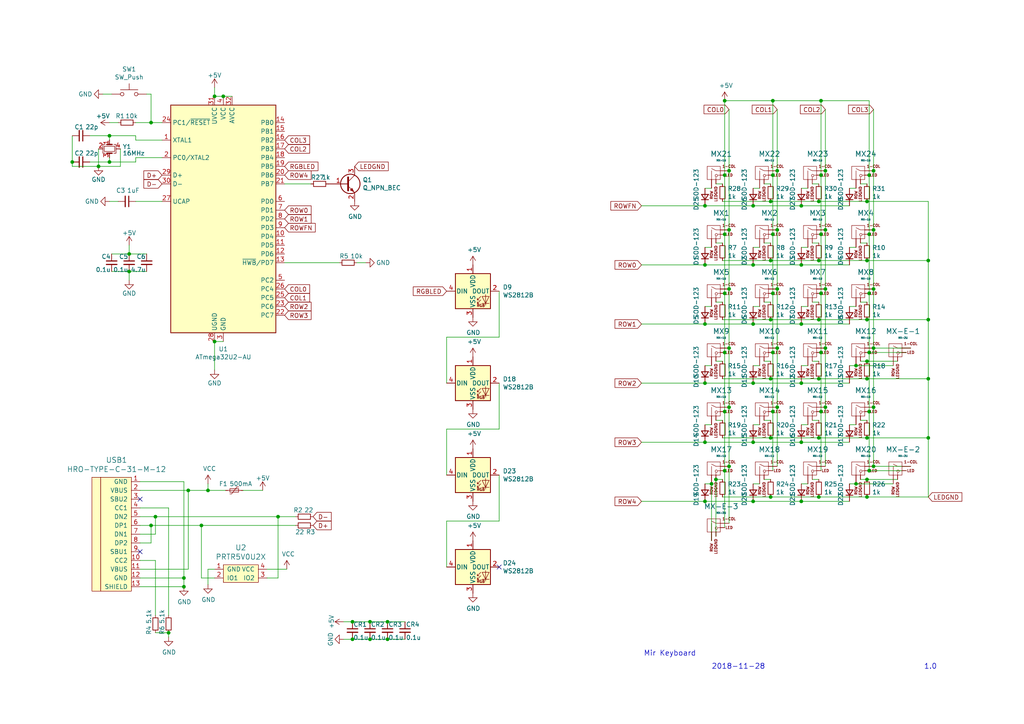
<source format=kicad_sch>
(kicad_sch (version 20230121) (generator eeschema)
  (paper "A4")
  (junction (at 269.24 92.71))
  (junction (at 248.285 140.335))
  (junction (at 62.23 27.94))
  (junction (at 252.095 85.09))
  (junction (at 54.61 142.24))
  (junction (at 107.315 185.42))
  (junction (at 207.645 139.065))
  (junction (at 218.44 128.27))
  (junction (at 251.46 127))
  (junction (at 53.34 167.64))
  (junction (at 251.46 144.145))
  (junction (at 210.185 102.235))
  (junction (at 112.395 185.42))
  (junction (at 239.395 66.675))
  (junction (at 253.365 118.11))
  (junction (at 218.44 76.835))
  (junction (at 62.23 99.06))
  (junction (at 269.24 127))
  (junction (at 204.47 111.125))
  (junction (at 232.41 111.125))
  (junction (at 80.645 149.86))
  (junction (at 225.425 100.965))
  (junction (at 210.185 50.8))
  (junction (at 251.46 104.775))
  (junction (at 252.095 67.945))
  (junction (at 210.185 119.38))
  (junction (at 223.52 127))
  (junction (at 31.75 39.37))
  (junction (at 269.24 109.855))
  (junction (at 252.095 50.8))
  (junction (at 206.375 140.335))
  (junction (at 253.365 49.53))
  (junction (at 223.52 144.145))
  (junction (at 232.41 59.69))
  (junction (at 211.455 49.53))
  (junction (at 43.815 152.4))
  (junction (at 238.125 29.21))
  (junction (at 210.185 136.525))
  (junction (at 224.155 50.8))
  (junction (at 224.155 102.235))
  (junction (at 225.425 49.53))
  (junction (at 204.47 93.98))
  (junction (at 251.46 75.565))
  (junction (at 211.455 100.965))
  (junction (at 218.44 93.98))
  (junction (at 238.125 102.235))
  (junction (at 210.185 85.09))
  (junction (at 225.425 83.82))
  (junction (at 238.125 50.8))
  (junction (at 232.41 76.835))
  (junction (at 225.425 66.675))
  (junction (at 224.155 67.945))
  (junction (at 269.24 75.565))
  (junction (at 218.44 145.415))
  (junction (at 210.185 67.945))
  (junction (at 204.47 59.69))
  (junction (at 43.815 35.56))
  (junction (at 204.47 76.835))
  (junction (at 223.52 109.855))
  (junction (at 223.52 58.42))
  (junction (at 251.46 92.71))
  (junction (at 239.395 83.82))
  (junction (at 107.315 180.34))
  (junction (at 218.44 59.69))
  (junction (at 224.155 85.09))
  (junction (at 58.42 152.4))
  (junction (at 218.44 111.125))
  (junction (at 211.455 66.675))
  (junction (at 223.52 92.71))
  (junction (at 237.49 144.145))
  (junction (at 204.47 145.415))
  (junction (at 238.125 85.09))
  (junction (at 48.895 183.515))
  (junction (at 253.365 100.965))
  (junction (at 238.125 119.38))
  (junction (at 31.75 46.99))
  (junction (at 253.365 135.255))
  (junction (at 20.955 46.99))
  (junction (at 239.395 49.53))
  (junction (at 53.34 170.18))
  (junction (at 232.41 128.27))
  (junction (at 211.455 135.255))
  (junction (at 237.49 127))
  (junction (at 60.325 142.24))
  (junction (at 28.575 48.26))
  (junction (at 210.185 29.21))
  (junction (at 211.455 118.11))
  (junction (at 239.395 118.11))
  (junction (at 237.49 109.855))
  (junction (at 251.46 139.065))
  (junction (at 237.49 92.71))
  (junction (at 204.47 128.27))
  (junction (at 224.155 29.21))
  (junction (at 37.465 73.66))
  (junction (at 224.155 119.38))
  (junction (at 225.425 118.11))
  (junction (at 252.095 102.235))
  (junction (at 239.395 100.965))
  (junction (at 211.455 83.82))
  (junction (at 253.365 66.675))
  (junction (at 45.085 149.86))
  (junction (at 112.395 180.34))
  (junction (at 237.49 58.42))
  (junction (at 223.52 75.565))
  (junction (at 232.41 93.98))
  (junction (at 248.285 106.045))
  (junction (at 232.41 145.415))
  (junction (at 251.46 58.42))
  (junction (at 252.095 136.525))
  (junction (at 238.125 67.945))
  (junction (at 252.095 119.38))
  (junction (at 37.465 78.74))
  (junction (at 251.46 109.855))
  (junction (at 64.77 27.94))
  (junction (at 237.49 75.565))
  (junction (at 253.365 83.82))
  (junction (at 102.235 185.42))
  (junction (at 102.235 180.34))
  (no_connect (at 40.64 160.02))
  (no_connect (at 144.78 164.465))
  (no_connect (at 40.64 144.78))
  (wire (pts (xy 204.47 76.835) (xy 186.055 76.835)))
  (wire (pts (xy 106.045 76.2) (xy 103.505 76.2)))
  (wire (pts (xy 211.455 100.965) (xy 211.455 83.82)))
  (wire (pts (xy 45.085 149.86) (xy 80.645 149.86)))
  (wire (pts (xy 34.925 48.26) (xy 34.925 43.18)))
  (wire (pts (xy 239.395 49.53) (xy 239.395 31.75)))
  (wire (pts (xy 224.155 67.945) (xy 224.155 85.09)))
  (wire (pts (xy 262.89 136.525) (xy 252.095 136.525)))
  (wire (pts (xy 210.185 67.945) (xy 210.185 50.8)))
  (wire (pts (xy 223.52 104.775) (xy 221.615 104.775)))
  (wire (pts (xy 32.385 73.66) (xy 37.465 73.66)))
  (wire (pts (xy 129.54 97.79) (xy 129.54 111.125)))
  (wire (pts (xy 209.55 121.92) (xy 207.645 121.92)))
  (wire (pts (xy 43.815 35.56) (xy 39.37 35.56)))
  (wire (pts (xy 107.315 180.34) (xy 112.395 180.34)))
  (wire (pts (xy 224.155 29.21) (xy 238.125 29.21)))
  (wire (pts (xy 232.41 88.9) (xy 234.315 88.9)))
  (wire (pts (xy 62.23 27.94) (xy 64.77 27.94)))
  (wire (pts (xy 204.47 128.27) (xy 186.055 128.27)))
  (wire (pts (xy 251.46 109.855) (xy 269.24 109.855)))
  (wire (pts (xy 238.125 29.21) (xy 238.125 50.8)))
  (wire (pts (xy 37.465 78.74) (xy 42.545 78.74)))
  (wire (pts (xy 20.955 48.26) (xy 28.575 48.26)))
  (wire (pts (xy 204.47 54.61) (xy 206.375 54.61)))
  (wire (pts (xy 53.34 139.7) (xy 53.34 167.64)))
  (wire (pts (xy 223.52 144.145) (xy 209.55 144.145)))
  (wire (pts (xy 252.095 119.38) (xy 252.095 136.525)))
  (wire (pts (xy 251.46 58.42) (xy 269.24 58.42)))
  (wire (pts (xy 209.55 87.63) (xy 207.645 87.63)))
  (wire (pts (xy 223.52 127) (xy 237.49 127)))
  (wire (pts (xy 53.34 170.18) (xy 53.34 167.64)))
  (wire (pts (xy 252.095 102.235) (xy 252.095 119.38)))
  (wire (pts (xy 210.185 119.38) (xy 210.185 102.235)))
  (wire (pts (xy 253.365 83.82) (xy 253.365 66.675)))
  (wire (pts (xy 251.46 87.63) (xy 249.555 87.63)))
  (wire (pts (xy 246.38 123.19) (xy 248.285 123.19)))
  (wire (pts (xy 209.55 139.065) (xy 207.645 139.065)))
  (wire (pts (xy 238.125 119.38) (xy 238.125 102.235)))
  (wire (pts (xy 218.44 106.045) (xy 220.345 106.045)))
  (wire (pts (xy 26.035 39.37) (xy 31.75 39.37)))
  (wire (pts (xy 204.47 88.9) (xy 206.375 88.9)))
  (wire (pts (xy 251.46 70.485) (xy 249.555 70.485)))
  (wire (pts (xy 186.055 59.69) (xy 204.47 59.69)))
  (wire (pts (xy 223.52 139.065) (xy 221.615 139.065)))
  (wire (pts (xy 70.485 142.24) (xy 76.2 142.24)))
  (wire (pts (xy 246.38 111.125) (xy 232.41 111.125)))
  (wire (pts (xy 225.425 31.75) (xy 225.425 49.53)))
  (wire (pts (xy 204.47 140.335) (xy 206.375 140.335)))
  (wire (pts (xy 253.365 66.675) (xy 253.365 49.53)))
  (wire (pts (xy 223.52 92.71) (xy 237.49 92.71)))
  (wire (pts (xy 269.24 58.42) (xy 269.24 75.565)))
  (wire (pts (xy 204.47 123.19) (xy 206.375 123.19)))
  (wire (pts (xy 62.23 25.4) (xy 62.23 27.94)))
  (wire (pts (xy 40.64 157.48) (xy 43.815 157.48)))
  (wire (pts (xy 253.365 100.965) (xy 253.365 83.82)))
  (wire (pts (xy 144.78 111.125) (xy 144.78 124.46)))
  (wire (pts (xy 218.44 145.415) (xy 204.47 145.415)))
  (wire (pts (xy 253.365 135.255) (xy 253.365 118.11)))
  (wire (pts (xy 218.44 54.61) (xy 220.345 54.61)))
  (wire (pts (xy 246.38 128.27) (xy 232.41 128.27)))
  (wire (pts (xy 239.395 118.11) (xy 239.395 100.965)))
  (wire (pts (xy 204.47 145.415) (xy 186.055 145.415)))
  (wire (pts (xy 60.325 169.545) (xy 60.325 165.1)))
  (wire (pts (xy 211.455 66.675) (xy 211.455 49.53)))
  (wire (pts (xy 218.44 59.69) (xy 232.41 59.69)))
  (wire (pts (xy 239.395 66.675) (xy 239.395 49.53)))
  (wire (pts (xy 82.55 76.2) (xy 98.425 76.2)))
  (wire (pts (xy 60.325 165.1) (xy 62.23 165.1)))
  (wire (pts (xy 204.47 71.755) (xy 206.375 71.755)))
  (wire (pts (xy 237.49 139.065) (xy 235.585 139.065)))
  (wire (pts (xy 99.695 185.42) (xy 102.235 185.42)))
  (wire (pts (xy 246.38 88.9) (xy 248.285 88.9)))
  (wire (pts (xy 223.52 75.565) (xy 237.49 75.565)))
  (wire (pts (xy 40.64 139.7) (xy 53.34 139.7)))
  (wire (pts (xy 83.185 165.1) (xy 77.47 165.1)))
  (wire (pts (xy 232.41 59.69) (xy 246.38 59.69)))
  (wire (pts (xy 31.75 46.99) (xy 39.37 46.99)))
  (wire (pts (xy 144.78 97.79) (xy 129.54 97.79)))
  (wire (pts (xy 32.385 78.74) (xy 37.465 78.74)))
  (wire (pts (xy 144.78 124.46) (xy 129.54 124.46)))
  (wire (pts (xy 269.24 92.71) (xy 269.24 109.855)))
  (wire (pts (xy 129.54 124.46) (xy 129.54 137.795)))
  (wire (pts (xy 43.815 157.48) (xy 43.815 152.4)))
  (wire (pts (xy 204.47 106.045) (xy 206.375 106.045)))
  (wire (pts (xy 218.44 111.125) (xy 204.47 111.125)))
  (wire (pts (xy 237.49 109.855) (xy 251.46 109.855)))
  (wire (pts (xy 210.185 153.035) (xy 210.185 136.525)))
  (wire (pts (xy 209.55 53.34) (xy 207.645 53.34)))
  (wire (pts (xy 225.425 83.82) (xy 225.425 100.965)))
  (wire (pts (xy 48.895 184.785) (xy 48.895 183.515)))
  (wire (pts (xy 238.125 85.09) (xy 238.125 67.945)))
  (wire (pts (xy 224.155 29.21) (xy 224.155 50.8)))
  (wire (pts (xy 218.44 128.27) (xy 204.47 128.27)))
  (wire (pts (xy 39.37 45.72) (xy 39.37 46.99)))
  (wire (pts (xy 218.44 93.98) (xy 232.41 93.98)))
  (wire (pts (xy 211.455 135.255) (xy 211.455 151.765)))
  (wire (pts (xy 144.78 137.795) (xy 144.78 151.13)))
  (wire (pts (xy 210.185 29.21) (xy 210.185 50.8)))
  (wire (pts (xy 269.24 109.855) (xy 269.24 127)))
  (wire (pts (xy 218.44 140.335) (xy 220.345 140.335)))
  (wire (pts (xy 186.055 93.98) (xy 204.47 93.98)))
  (wire (pts (xy 40.64 149.86) (xy 45.085 149.86)))
  (wire (pts (xy 42.545 27.305) (xy 43.815 27.305)))
  (wire (pts (xy 246.38 76.835) (xy 232.41 76.835)))
  (wire (pts (xy 54.61 165.1) (xy 40.64 165.1)))
  (wire (pts (xy 237.49 53.34) (xy 235.585 53.34)))
  (wire (pts (xy 252.095 85.09) (xy 252.095 102.235)))
  (wire (pts (xy 225.425 100.965) (xy 225.425 118.11)))
  (wire (pts (xy 251.46 144.145) (xy 237.49 144.145)))
  (wire (pts (xy 80.645 167.64) (xy 80.645 149.86)))
  (wire (pts (xy 28.575 43.18) (xy 28.575 48.26)))
  (wire (pts (xy 238.125 29.21) (xy 252.095 29.21)))
  (wire (pts (xy 238.125 102.235) (xy 238.125 85.09)))
  (wire (pts (xy 80.645 149.86) (xy 85.725 149.86)))
  (wire (pts (xy 60.325 140.335) (xy 60.325 142.24)))
  (wire (pts (xy 209.55 92.71) (xy 223.52 92.71)))
  (wire (pts (xy 237.49 144.145) (xy 223.52 144.145)))
  (wire (pts (xy 210.185 29.21) (xy 224.155 29.21)))
  (wire (pts (xy 232.41 54.61) (xy 234.315 54.61)))
  (wire (pts (xy 259.08 106.045) (xy 248.285 106.045)))
  (wire (pts (xy 43.815 152.4) (xy 40.64 152.4)))
  (wire (pts (xy 29.845 27.305) (xy 32.385 27.305)))
  (wire (pts (xy 102.235 185.42) (xy 107.315 185.42)))
  (wire (pts (xy 40.64 162.56) (xy 45.085 162.56)))
  (wire (pts (xy 45.085 162.56) (xy 45.085 178.435)))
  (wire (pts (xy 218.44 76.835) (xy 204.47 76.835)))
  (wire (pts (xy 40.64 170.18) (xy 53.34 170.18)))
  (wire (pts (xy 238.125 67.945) (xy 238.125 50.8)))
  (wire (pts (xy 26.035 46.99) (xy 31.75 46.99)))
  (wire (pts (xy 224.155 50.8) (xy 224.155 67.945)))
  (wire (pts (xy 225.425 118.11) (xy 225.425 135.255)))
  (wire (pts (xy 237.49 75.565) (xy 251.46 75.565)))
  (wire (pts (xy 37.465 73.66) (xy 42.545 73.66)))
  (wire (pts (xy 239.395 100.965) (xy 239.395 83.82)))
  (wire (pts (xy 31.75 58.42) (xy 34.29 58.42)))
  (wire (pts (xy 232.41 128.27) (xy 218.44 128.27)))
  (wire (pts (xy 209.55 70.485) (xy 207.645 70.485)))
  (wire (pts (xy 252.095 67.945) (xy 252.095 85.09)))
  (wire (pts (xy 206.375 156.845) (xy 206.375 140.335)))
  (wire (pts (xy 107.315 185.42) (xy 112.395 185.42)))
  (wire (pts (xy 223.52 87.63) (xy 221.615 87.63)))
  (wire (pts (xy 223.52 121.92) (xy 221.615 121.92)))
  (wire (pts (xy 269.24 144.145) (xy 251.46 144.145)))
  (wire (pts (xy 31.75 35.56) (xy 34.29 35.56)))
  (wire (pts (xy 232.41 145.415) (xy 218.44 145.415)))
  (wire (pts (xy 210.185 136.525) (xy 210.185 119.38)))
  (wire (pts (xy 58.42 152.4) (xy 85.725 152.4)))
  (wire (pts (xy 31.75 45.72) (xy 31.75 46.99)))
  (wire (pts (xy 238.125 136.525) (xy 238.125 119.38)))
  (wire (pts (xy 218.44 88.9) (xy 220.345 88.9)))
  (wire (pts (xy 237.49 70.485) (xy 235.585 70.485)))
  (wire (pts (xy 218.44 123.19) (xy 220.345 123.19)))
  (wire (pts (xy 209.55 58.42) (xy 223.52 58.42)))
  (wire (pts (xy 246.38 54.61) (xy 248.285 54.61)))
  (wire (pts (xy 269.24 127) (xy 269.24 144.145)))
  (wire (pts (xy 253.365 135.255) (xy 264.16 135.255)))
  (wire (pts (xy 262.89 102.235) (xy 252.095 102.235)))
  (wire (pts (xy 223.52 109.855) (xy 237.49 109.855)))
  (wire (pts (xy 210.185 85.09) (xy 210.185 67.945)))
  (wire (pts (xy 210.185 102.235) (xy 210.185 85.09)))
  (wire (pts (xy 211.455 135.255) (xy 211.455 118.11)))
  (wire (pts (xy 259.08 140.335) (xy 248.285 140.335)))
  (wire (pts (xy 223.52 58.42) (xy 237.49 58.42)))
  (wire (pts (xy 269.24 75.565) (xy 269.24 92.71)))
  (wire (pts (xy 239.395 135.255) (xy 239.395 118.11)))
  (wire (pts (xy 218.44 71.755) (xy 220.345 71.755)))
  (wire (pts (xy 90.17 53.34) (xy 82.55 53.34)))
  (wire (pts (xy 251.46 92.71) (xy 269.24 92.71)))
  (wire (pts (xy 62.23 99.06) (xy 64.77 99.06)))
  (wire (pts (xy 252.095 29.21) (xy 252.095 50.8)))
  (wire (pts (xy 209.55 127) (xy 223.52 127)))
  (wire (pts (xy 46.99 40.64) (xy 39.37 40.64)))
  (wire (pts (xy 237.49 87.63) (xy 235.585 87.63)))
  (wire (pts (xy 232.41 71.755) (xy 234.315 71.755)))
  (wire (pts (xy 232.41 140.335) (xy 234.315 140.335)))
  (wire (pts (xy 211.455 118.11) (xy 211.455 100.965)))
  (wire (pts (xy 31.75 39.37) (xy 39.37 39.37)))
  (wire (pts (xy 43.815 27.305) (xy 43.815 35.56)))
  (wire (pts (xy 209.55 109.855) (xy 223.52 109.855)))
  (wire (pts (xy 253.365 49.53) (xy 253.365 31.75)))
  (wire (pts (xy 144.78 151.13) (xy 129.54 151.13)))
  (wire (pts (xy 80.645 167.64) (xy 77.47 167.64)))
  (wire (pts (xy 239.395 83.82) (xy 239.395 66.675)))
  (wire (pts (xy 232.41 76.835) (xy 218.44 76.835)))
  (wire (pts (xy 40.64 147.32) (xy 48.895 147.32)))
  (wire (pts (xy 112.395 185.42) (xy 117.475 185.42)))
  (wire (pts (xy 224.155 102.235) (xy 224.155 119.38)))
  (wire (pts (xy 62.23 107.315) (xy 62.23 99.06)))
  (wire (pts (xy 54.61 142.24) (xy 60.325 142.24)))
  (wire (pts (xy 99.695 180.34) (xy 102.235 180.34)))
  (wire (pts (xy 39.37 40.64) (xy 39.37 39.37)))
  (wire (pts (xy 45.085 154.94) (xy 40.64 154.94)))
  (wire (pts (xy 28.575 48.26) (xy 34.925 48.26)))
  (wire (pts (xy 48.895 147.32) (xy 48.895 178.435)))
  (wire (pts (xy 225.425 49.53) (xy 225.425 66.675)))
  (wire (pts (xy 204.47 111.125) (xy 186.055 111.125)))
  (wire (pts (xy 129.54 151.13) (xy 129.54 164.465)))
  (wire (pts (xy 251.46 127) (xy 269.24 127)))
  (wire (pts (xy 211.455 83.82) (xy 211.455 66.675)))
  (wire (pts (xy 253.365 100.965) (xy 264.16 100.965)))
  (wire (pts (xy 252.095 50.8) (xy 252.095 67.945)))
  (wire (pts (xy 251.46 139.065) (xy 249.555 139.065)))
  (wire (pts (xy 46.99 45.72) (xy 39.37 45.72)))
  (wire (pts (xy 20.955 46.99) (xy 20.955 48.26)))
  (wire (pts (xy 246.38 140.335) (xy 248.285 140.335)))
  (wire (pts (xy 40.64 142.24) (xy 54.61 142.24)))
  (wire (pts (xy 54.61 142.24) (xy 54.61 165.1)))
  (wire (pts (xy 209.55 75.565) (xy 223.52 75.565)))
  (wire (pts (xy 251.46 139.065) (xy 260.35 139.065)))
  (wire (pts (xy 31.75 39.37) (xy 31.75 40.64)))
  (wire (pts (xy 223.52 53.34) (xy 221.615 53.34)))
  (wire (pts (xy 39.37 58.42) (xy 46.99 58.42)))
  (wire (pts (xy 53.34 167.64) (xy 40.64 167.64)))
  (wire (pts (xy 45.085 183.515) (xy 48.895 183.515)))
  (wire (pts (xy 37.465 71.12) (xy 37.465 73.66)))
  (wire (pts (xy 251.46 104.775) (xy 249.555 104.775)))
  (wire (pts (xy 45.085 149.86) (xy 45.085 154.94)))
  (wire (pts (xy 246.38 145.415) (xy 232.41 145.415)))
  (wire (pts (xy 207.645 139.065) (xy 207.645 155.575)))
  (wire (pts (xy 251.46 121.92) (xy 249.555 121.92)))
  (wire (pts (xy 64.77 27.94) (xy 67.31 27.94)))
  (wire (pts (xy 43.815 152.4) (xy 58.42 152.4)))
  (wire (pts (xy 112.395 180.34) (xy 117.475 180.34)))
  (wire (pts (xy 237.49 58.42) (xy 251.46 58.42)))
  (wire (pts (xy 211.455 49.53) (xy 211.455 31.75)))
  (wire (pts (xy 237.49 121.92) (xy 235.585 121.92)))
  (wire (pts (xy 102.235 180.34) (xy 107.315 180.34)))
  (wire (pts (xy 209.55 104.775) (xy 207.645 104.775)))
  (wire (pts (xy 253.365 118.11) (xy 253.365 100.965)))
  (wire (pts (xy 232.41 106.045) (xy 234.315 106.045)))
  (wire (pts (xy 20.955 39.37) (xy 20.955 46.99)))
  (wire (pts (xy 225.425 66.675) (xy 225.425 83.82)))
  (wire (pts (xy 224.155 85.09) (xy 224.155 102.235)))
  (wire (pts (xy 251.46 75.565) (xy 269.24 75.565)))
  (wire (pts (xy 60.325 142.24) (xy 65.405 142.24)))
  (wire (pts (xy 246.38 106.045) (xy 248.285 106.045)))
  (wire (pts (xy 46.99 35.56) (xy 43.815 35.56)))
  (wire (pts (xy 224.155 119.38) (xy 224.155 136.525)))
  (wire (pts (xy 237.49 127) (xy 251.46 127)))
  (wire (pts (xy 251.46 53.34) (xy 249.555 53.34)))
  (wire (pts (xy 251.46 104.775) (xy 260.35 104.775)))
  (wire (pts (xy 37.465 81.28) (xy 37.465 78.74)))
  (wire (pts (xy 232.41 111.125) (xy 218.44 111.125)))
  (wire (pts (xy 237.49 92.71) (xy 251.46 92.71)))
  (wire (pts (xy 144.78 84.455) (xy 144.78 97.79)))
  (wire (pts (xy 223.52 70.485) (xy 221.615 70.485)))
  (wire (pts (xy 58.42 167.64) (xy 58.42 152.4)))
  (wire (pts (xy 246.38 71.755) (xy 248.285 71.755)))
  (wire (pts (xy 232.41 123.19) (xy 234.315 123.19)))
  (wire (pts (xy 204.47 93.98) (xy 218.44 93.98)))
  (wire (pts (xy 237.49 104.775) (xy 235.585 104.775)))
  (wire (pts (xy 204.47 59.69) (xy 218.44 59.69)))
  (wire (pts (xy 62.23 167.64) (xy 58.42 167.64)))
  (wire (pts (xy 232.41 93.98) (xy 246.38 93.98)))
  (text "2018-11-28" (at 206.375 194.31 0) (effects (font (size 1.524 1.524)) (justify left bottom)))
  (text "Mir Keyboard\n" (at 186.69 190.5 0) (effects (font (size 1.524 1.524)) (justify left bottom)))
  (text "1.0" (at 267.97 194.31 0) (effects (font (size 1.524 1.524)) (justify left bottom)))
  (global_label "COL0" (shape input) (at 211.455 31.75 180) (property "Intersheetrefs" "${INTERSHEET_REFS}" (effects hide)))
  (global_label "D-" (shape input) (at 46.99 53.34 180) (property "Intersheetrefs" "${INTERSHEET_REFS}" (effects hide)))
  (global_label "LEDGND" (shape input) (at 269.24 144.145 0) (property "Intersheetrefs" "${INTERSHEET_REFS}" (effects hide)))
  (global_label "LEDGND" (shape input) (at 102.87 48.26 0) (property "Intersheetrefs" "${INTERSHEET_REFS}" (effects hide)))
  (global_label "ROW3" (shape input) (at 186.055 128.27 180) (property "Intersheetrefs" "${INTERSHEET_REFS}" (effects hide)))
  (global_label "RGBLED" (shape input) (at 129.54 84.455 180) (property "Intersheetrefs" "${INTERSHEET_REFS}" (effects hide)))
  (global_label "D-" (shape input) (at 90.805 149.86 0) (property "Intersheetrefs" "${INTERSHEET_REFS}" (effects hide)))
  (global_label "COL0" (shape input) (at 82.55 83.82 0) (property "Intersheetrefs" "${INTERSHEET_REFS}" (effects hide)))
  (global_label "ROWFN" (shape input) (at 82.55 66.04 0) (property "Intersheetrefs" "${INTERSHEET_REFS}" (effects hide)))
  (global_label "COL2" (shape input) (at 239.395 31.75 180) (property "Intersheetrefs" "${INTERSHEET_REFS}" (effects hide)))
  (global_label "RGBLED" (shape input) (at 82.55 48.26 0) (property "Intersheetrefs" "${INTERSHEET_REFS}" (effects hide)))
  (global_label "ROW0" (shape input) (at 186.055 76.835 180) (property "Intersheetrefs" "${INTERSHEET_REFS}" (effects hide)))
  (global_label "ROW4" (shape input) (at 82.55 50.8 0) (property "Intersheetrefs" "${INTERSHEET_REFS}" (effects hide)))
  (global_label "ROW4" (shape input) (at 186.055 145.415 180) (property "Intersheetrefs" "${INTERSHEET_REFS}" (effects hide)))
  (global_label "COL3" (shape input) (at 253.365 31.75 180) (property "Intersheetrefs" "${INTERSHEET_REFS}" (effects hide)))
  (global_label "COL1" (shape input) (at 82.55 86.36 0) (property "Intersheetrefs" "${INTERSHEET_REFS}" (effects hide)))
  (global_label "ROW2" (shape input) (at 82.55 88.9 0) (property "Intersheetrefs" "${INTERSHEET_REFS}" (effects hide)))
  (global_label "D+" (shape input) (at 90.805 152.4 0) (property "Intersheetrefs" "${INTERSHEET_REFS}" (effects hide)))
  (global_label "ROW1" (shape input) (at 82.55 63.5 0) (property "Intersheetrefs" "${INTERSHEET_REFS}" (effects hide)))
  (global_label "COL1" (shape input) (at 225.425 31.75 180) (property "Intersheetrefs" "${INTERSHEET_REFS}" (effects hide)))
  (global_label "ROW2" (shape input) (at 186.055 111.125 180) (property "Intersheetrefs" "${INTERSHEET_REFS}" (effects hide)))
  (global_label "ROW1" (shape input) (at 186.055 93.98 180) (property "Intersheetrefs" "${INTERSHEET_REFS}" (effects hide)))
  (global_label "ROW0" (shape input) (at 82.55 60.96 0) (property "Intersheetrefs" "${INTERSHEET_REFS}" (effects hide)))
  (global_label "D+" (shape input) (at 46.99 50.8 180) (property "Intersheetrefs" "${INTERSHEET_REFS}" (effects hide)))
  (global_label "COL2" (shape input) (at 82.55 43.18 0) (property "Intersheetrefs" "${INTERSHEET_REFS}" (effects hide)))
  (global_label "ROWFN" (shape input) (at 186.055 59.69 180) (property "Intersheetrefs" "${INTERSHEET_REFS}" (effects hide)))
  (global_label "COL3" (shape input) (at 82.55 40.64 0) (property "Intersheetrefs" "${INTERSHEET_REFS}" (effects hide)))
  (global_label "ROW3" (shape input) (at 82.55 91.44 0) (property "Intersheetrefs" "${INTERSHEET_REFS}" (effects hide)))
  (symbol (lib_id "Voyager20-rescue:Crystal_GND24_Small-Device") (at 31.75 43.18 270) (unit 1)
    (property "Reference" "Y1" (at 35.56 42.545 90) (effects (justify left)))
    (property "Value" "16MHz" (at 35.56 44.45 90) (effects (justify left)))
    (property "Footprint" "Crystal:Crystal_SMD_3225-4Pin_3.2x2.5mm" (effects hide))
  )
  (symbol (lib_id "Device:C_Small") (at 23.495 39.37 270) (unit 1)
    (property "Reference" "C1" (at 21.59 36.83 90) (effects (justify left)))
    (property "Value" "22p" (at 24.765 36.83 90) (effects (justify left)))
    (property "Footprint" "Capacitor_SMD:C_0603_1608Metric" (effects hide))
  )
  (symbol (lib_id "Device:C_Small") (at 23.495 46.99 270) (unit 1)
    (property "Reference" "C2" (at 21.59 44.45 90) (effects (justify left)))
    (property "Value" "22p" (at 24.765 44.45 90) (effects (justify left)))
    (property "Footprint" "Capacitor_SMD:C_0603_1608Metric" (effects hide))
  )
  (symbol (lib_id "power:GND") (at 28.575 48.26 0) (unit 1)
    (property "Reference" "#PWR01" (effects hide))
    (property "Value" "GND" (at 28.575 52.07 0))
  )
  (symbol (lib_id "Device:R_Small") (at 36.83 35.56 90) (unit 1)
    (property "Reference" "R1" (at 36.195 33.655 90) (effects (justify left)))
    (property "Value" "10k" (at 40.005 33.655 90) (effects (justify left)))
    (property "Footprint" "Resistor_SMD:R_0805_2012Metric" (effects hide))
  )
  (symbol (lib_id "power:+5V") (at 31.75 35.56 90) (unit 1)
    (property "Reference" "#PWR03" (effects hide))
    (property "Value" "+5V" (at 29.845 33.655 90))
  )
  (symbol (lib_id "Device:C_Small") (at 36.83 58.42 270) (unit 1)
    (property "Reference" "C3" (at 33.655 55.245 90) (effects (justify left)))
    (property "Value" "1uF" (at 36.83 55.245 90) (effects (justify left)))
    (property "Footprint" "Capacitor_SMD:C_0603_1608Metric" (effects hide))
  )
  (symbol (lib_id "power:GND") (at 31.75 58.42 270) (unit 1)
    (property "Reference" "#PWR04" (effects hide))
    (property "Value" "GND" (at 26.67 58.42 90))
  )
  (symbol (lib_id "Device:R_Small") (at 88.265 149.86 270) (unit 1)
    (property "Reference" "R2" (at 85.09 147.955 90) (effects (justify left)))
    (property "Value" "22" (at 88.265 147.955 90) (effects (justify left)))
    (property "Footprint" "Resistor_SMD:R_0805_2012Metric" (effects hide))
  )
  (symbol (lib_id "Device:R_Small") (at 88.265 152.4 90) (unit 1)
    (property "Reference" "R3" (at 91.44 154.305 90) (effects (justify left)))
    (property "Value" "22" (at 88.265 154.305 90) (effects (justify left)))
    (property "Footprint" "Resistor_SMD:R_0805_2012Metric" (effects hide))
  )
  (symbol (lib_id "Device:Polyfuse_Small") (at 67.945 142.24 270) (unit 1)
    (property "Reference" "F1" (at 64.77 140.335 90))
    (property "Value" "500mA" (at 69.85 140.335 90))
    (property "Footprint" "Fuse:Fuse_1206_3216Metric" (effects hide))
  )
  (symbol (lib_id "power:+5V") (at 76.2 142.24 0) (unit 1)
    (property "Reference" "#PWR08" (effects hide))
    (property "Value" "+5V" (at 76.2 138.684 0))
  )
  (symbol (lib_id "power:GND") (at 62.23 107.315 0) (unit 1)
    (property "Reference" "#PWR010" (effects hide))
    (property "Value" "GND" (at 62.23 111.125 0))
  )
  (symbol (lib_id "power:+5V") (at 62.23 25.4 0) (unit 1)
    (property "Reference" "#PWR011" (effects hide))
    (property "Value" "+5V" (at 62.23 21.844 0))
  )
  (symbol (lib_id "Device:R_Small") (at 100.965 76.2 270) (unit 1)
    (property "Reference" "R5" (at 98.425 74.295 90) (effects (justify left)))
    (property "Value" "10k" (at 101.6 74.295 90) (effects (justify left)))
    (property "Footprint" "Resistor_SMD:R_0805_2012Metric" (effects hide))
  )
  (symbol (lib_id "power:GND") (at 106.045 76.2 90) (unit 1)
    (property "Reference" "#PWR013" (effects hide))
    (property "Value" "GND" (at 111.125 76.2 90))
  )
  (symbol (lib_id "Device:C_Small") (at 32.385 76.2 0) (mirror y) (unit 1)
    (property "Reference" "C4" (at 32.131 74.422 0) (effects (justify left)))
    (property "Value" "0.1u" (at 32.131 78.232 0) (effects (justify left)))
    (property "Footprint" "Capacitor_SMD:C_0603_1608Metric" (effects hide))
  )
  (symbol (lib_id "Device:C_Small") (at 37.465 76.2 0) (mirror y) (unit 1)
    (property "Reference" "C5" (at 37.211 74.422 0) (effects (justify left)))
    (property "Value" "0.1u" (at 37.211 78.232 0) (effects (justify left)))
    (property "Footprint" "Capacitor_SMD:C_0603_1608Metric" (effects hide))
  )
  (symbol (lib_id "Device:C_Small") (at 42.545 76.2 0) (mirror y) (unit 1)
    (property "Reference" "C6" (at 42.291 74.422 0) (effects (justify left)))
    (property "Value" "4.7u" (at 42.291 78.232 0) (effects (justify left)))
    (property "Footprint" "Capacitor_SMD:C_0603_1608Metric" (effects hide))
  )
  (symbol (lib_id "power:+5V") (at 37.465 71.12 0) (unit 1)
    (property "Reference" "#PWR022" (effects hide))
    (property "Value" "+5V" (at 37.465 67.564 0))
  )
  (symbol (lib_id "power:GND") (at 37.465 81.28 0) (unit 1)
    (property "Reference" "#PWR023" (effects hide))
    (property "Value" "GND" (at 37.465 85.09 0))
  )
  (symbol (lib_id "power:GND") (at 29.845 27.305 270) (unit 1)
    (property "Reference" "#PWR024" (effects hide))
    (property "Value" "GND" (at 24.765 27.305 90))
  )
  (symbol (lib_id "Device:C_Small") (at 102.235 182.88 0) (unit 1)
    (property "Reference" "CR1" (at 102.489 181.102 0) (effects (justify left)))
    (property "Value" "0.1u" (at 102.489 184.912 0) (effects (justify left)))
    (property "Footprint" "Capacitor_SMD:C_0603_1608Metric" (effects hide))
  )
  (symbol (lib_id "Device:C_Small") (at 107.315 182.88 0) (unit 1)
    (property "Reference" "CR2" (at 107.569 181.102 0) (effects (justify left)))
    (property "Value" "0.1u" (at 107.569 184.912 0) (effects (justify left)))
    (property "Footprint" "Capacitor_SMD:C_0603_1608Metric" (effects hide))
  )
  (symbol (lib_id "Device:C_Small") (at 112.395 182.88 0) (unit 1)
    (property "Reference" "CR3" (at 112.649 181.102 0) (effects (justify left)))
    (property "Value" "0.1u" (at 112.649 184.912 0) (effects (justify left)))
    (property "Footprint" "Capacitor_SMD:C_0603_1608Metric" (effects hide))
  )
  (symbol (lib_id "Device:C_Small") (at 117.475 182.88 0) (unit 1)
    (property "Reference" "CR4" (at 117.729 181.102 0) (effects (justify left)))
    (property "Value" "0.1u" (at 117.729 184.912 0) (effects (justify left)))
    (property "Footprint" "Capacitor_SMD:C_0603_1608Metric" (effects hide))
  )
  (symbol (lib_id "power:+5V") (at 99.695 180.34 90) (unit 1)
    (property "Reference" "#PWR018" (effects hide))
    (property "Value" "+5V" (at 96.139 180.34 0))
  )
  (symbol (lib_id "power:GND") (at 99.695 185.42 270) (unit 1)
    (property "Reference" "#PWR019" (effects hide))
    (property "Value" "GND" (at 95.885 185.42 0))
  )
  (symbol (lib_id "Voyager20-rescue:HRO-TYPE-C-31-M-12-Type-C") (at 38.1 153.67 0) (unit 1)
    (property "Reference" "USB1" (at 33.8074 133.4262 0) (effects (font (size 1.524 1.524))))
    (property "Value" "HRO-TYPE-C-31-M-12" (at 33.8074 136.1186 0) (effects (font (size 1.524 1.524))))
    (property "Footprint" "Type-C:HRO-TYPE-C-31-M-12-Assembly" (effects hide))
  )
  (symbol (lib_id "Device:R_Small") (at 45.085 180.975 0) (unit 1)
    (property "Reference" "R4" (at 43.18 184.15 90) (effects (justify left)))
    (property "Value" "5.1k" (at 43.18 180.975 90) (effects (justify left)))
    (property "Footprint" "Resistor_SMD:R_0805_2012Metric" (effects hide))
  )
  (symbol (lib_id "Device:R_Small") (at 48.895 180.975 0) (unit 1)
    (property "Reference" "R6" (at 46.99 184.15 90) (effects (justify left)))
    (property "Value" "5.1k" (at 46.99 180.975 90) (effects (justify left)))
    (property "Footprint" "Resistor_SMD:R_0805_2012Metric" (effects hide))
  )
  (symbol (lib_id "ai03-locallib:PRTR5V0U2X") (at 69.85 166.37 0) (unit 1)
    (property "Reference" "U2" (at 69.85 158.8262 0) (effects (font (size 1.524 1.524))))
    (property "Value" "PRTR5V0U2X" (at 69.85 161.5186 0) (effects (font (size 1.524 1.524))))
    (property "Footprint" "random-keyboard-parts:SOT143B" (effects hide))
  )
  (symbol (lib_id "power:GND") (at 60.325 169.545 0) (unit 1)
    (property "Reference" "#PWR0101" (effects hide))
    (property "Value" "GND" (at 60.452 173.9392 0))
  )
  (symbol (lib_id "power:VCC") (at 83.185 165.1 0) (unit 1)
    (property "Reference" "#PWR0102" (effects hide))
    (property "Value" "VCC" (at 83.6168 160.7058 0))
  )
  (symbol (lib_id "power:VCC") (at 60.325 140.335 0) (unit 1)
    (property "Reference" "#PWR0103" (effects hide))
    (property "Value" "VCC" (at 60.7568 135.9408 0))
  )
  (symbol (lib_id "power:GND") (at 48.895 184.785 0) (unit 1)
    (property "Reference" "#PWR0104" (effects hide))
    (property "Value" "GND" (at 49.022 189.1792 0))
  )
  (symbol (lib_id "power:GND") (at 53.34 170.18 0) (unit 1)
    (property "Reference" "#PWR0105" (effects hide))
    (property "Value" "GND" (at 53.467 174.5742 0))
  )
  (symbol (lib_id "Voyager20-rescue:ATmega32U2-AU-MCU_Microchip_ATmega") (at 64.77 63.5 0) (unit 1)
    (property "Reference" "U1" (at 64.77 101.2444 0))
    (property "Value" "ATmega32U2-AU" (at 64.77 103.5558 0))
    (property "Footprint" "Package_DFN_QFN:QFN-32-1EP_5x5mm_P0.5mm_EP3.65x3.65mm" (effects hide))
    (property "Datasheet" "http://ww1.microchip.com/downloads/en/DeviceDoc/doc7799.pdf" (effects hide))
  )
  (symbol (lib_id "Switch:SW_Push") (at 37.465 27.305 0) (unit 1)
    (property "Reference" "SW1" (at 37.465 20.066 0))
    (property "Value" "SW_Push" (at 37.465 22.3774 0))
    (property "Footprint" "random-keyboard-parts:SKQG-1155865" (effects hide))
  )
  (symbol (lib_id "Voyager20-rescue:MX-1U-MX_Alps_Hybrids") (at 207.01 67.31 0) (unit 1)
    (property "Reference" "MX1" (at 209.1944 61.7982 0) (effects (font (size 1.524 1.524))))
    (property "Value" "MX-1U" (at 209.1944 63.6778 0) (effects (font (size 0.508 0.508))))
    (property "Footprint" "MX_Alps_Hybrid:MX-1U" (effects hide))
  )
  (symbol (lib_id "Device:D_Small") (at 204.47 74.295 90) (unit 1)
    (property "Reference" "D1" (at 201.93 74.295 0) (effects (justify right)))
    (property "Value" "SOD-123" (at 201.93 66.04 0) (effects (justify right)))
    (property "Footprint" "Diode_SMD:D_SOD-123" (effects hide))
  )
  (symbol (lib_id "Device:R_Small") (at 209.55 73.025 0) (unit 1)
    (property "Reference" "R7" (at 211.0486 71.8566 0) (effects (justify left)))
    (property "Value" "1k" (at 211.0486 74.168 0) (effects (justify left)))
    (property "Footprint" "Resistor_SMD:R_0805_2012Metric" (effects hide))
  )
  (symbol (lib_id "Voyager20-rescue:MX-1U-MX_Alps_Hybrids") (at 220.98 67.31 0) (unit 1)
    (property "Reference" "MX2" (at 223.1644 61.7982 0) (effects (font (size 1.524 1.524))))
    (property "Value" "MX-1U" (at 223.1644 63.6778 0) (effects (font (size 0.508 0.508))))
    (property "Footprint" "MX_Alps_Hybrid:MX-1U" (effects hide))
  )
  (symbol (lib_id "Device:D_Small") (at 218.44 74.295 90) (unit 1)
    (property "Reference" "D2" (at 215.9 74.295 0) (effects (justify right)))
    (property "Value" "SOD-123" (at 215.9 66.04 0) (effects (justify right)))
    (property "Footprint" "Diode_SMD:D_SOD-123" (effects hide))
  )
  (symbol (lib_id "Device:R_Small") (at 223.52 73.025 0) (unit 1)
    (property "Reference" "R8" (at 225.0186 71.8566 0) (effects (justify left)))
    (property "Value" "1k" (at 225.0186 74.168 0) (effects (justify left)))
    (property "Footprint" "Resistor_SMD:R_0805_2012Metric" (effects hide))
  )
  (symbol (lib_id "Voyager20-rescue:MX-1U-MX_Alps_Hybrids") (at 234.95 67.31 0) (unit 1)
    (property "Reference" "MX3" (at 237.1344 61.7982 0) (effects (font (size 1.524 1.524))))
    (property "Value" "MX-1U" (at 237.1344 63.6778 0) (effects (font (size 0.508 0.508))))
    (property "Footprint" "MX_Alps_Hybrid:MX-1U" (effects hide))
  )
  (symbol (lib_id "Device:D_Small") (at 232.41 74.295 90) (unit 1)
    (property "Reference" "D3" (at 229.87 74.295 0) (effects (justify right)))
    (property "Value" "SOD-123" (at 229.87 66.04 0) (effects (justify right)))
    (property "Footprint" "Diode_SMD:D_SOD-123" (effects hide))
  )
  (symbol (lib_id "Device:R_Small") (at 237.49 73.025 0) (unit 1)
    (property "Reference" "R9" (at 238.9886 71.8566 0) (effects (justify left)))
    (property "Value" "1k" (at 238.9886 74.168 0) (effects (justify left)))
    (property "Footprint" "Resistor_SMD:R_0805_2012Metric" (effects hide))
  )
  (symbol (lib_id "Voyager20-rescue:MX-1U-MX_Alps_Hybrids") (at 248.92 67.31 0) (unit 1)
    (property "Reference" "MX4" (at 251.1044 61.7982 0) (effects (font (size 1.524 1.524))))
    (property "Value" "MX-1U" (at 251.1044 63.6778 0) (effects (font (size 0.508 0.508))))
    (property "Footprint" "MX_Alps_Hybrid:MX-1U" (effects hide))
  )
  (symbol (lib_id "Device:D_Small") (at 246.38 74.295 90) (unit 1)
    (property "Reference" "D4" (at 243.84 74.295 0) (effects (justify right)))
    (property "Value" "SOD-123" (at 243.84 66.04 0) (effects (justify right)))
    (property "Footprint" "Diode_SMD:D_SOD-123" (effects hide))
  )
  (symbol (lib_id "Device:R_Small") (at 251.46 73.025 0) (unit 1)
    (property "Reference" "R10" (at 252.9586 71.8566 0) (effects (justify left)))
    (property "Value" "1k" (at 252.9586 74.168 0) (effects (justify left)))
    (property "Footprint" "Resistor_SMD:R_0805_2012Metric" (effects hide))
  )
  (symbol (lib_id "Voyager20-rescue:MX-1U-MX_Alps_Hybrids") (at 207.01 84.455 0) (unit 1)
    (property "Reference" "MX5" (at 209.1944 78.9432 0) (effects (font (size 1.524 1.524))))
    (property "Value" "MX-1U" (at 209.1944 80.8228 0) (effects (font (size 0.508 0.508))))
    (property "Footprint" "MX_Alps_Hybrid:MX-1U" (effects hide))
  )
  (symbol (lib_id "Device:D_Small") (at 204.47 91.44 90) (unit 1)
    (property "Reference" "D5" (at 201.93 91.44 0) (effects (justify right)))
    (property "Value" "SOD-123" (at 201.93 83.185 0) (effects (justify right)))
    (property "Footprint" "Diode_SMD:D_SOD-123" (effects hide))
  )
  (symbol (lib_id "Device:R_Small") (at 209.55 90.17 0) (unit 1)
    (property "Reference" "R11" (at 211.0486 89.0016 0) (effects (justify left)))
    (property "Value" "1k" (at 211.0486 91.313 0) (effects (justify left)))
    (property "Footprint" "Resistor_SMD:R_0805_2012Metric" (effects hide))
  )
  (symbol (lib_id "Voyager20-rescue:MX-1U-MX_Alps_Hybrids") (at 220.98 84.455 0) (unit 1)
    (property "Reference" "MX6" (at 223.1644 78.9432 0) (effects (font (size 1.524 1.524))))
    (property "Value" "MX-1U" (at 223.1644 80.8228 0) (effects (font (size 0.508 0.508))))
    (property "Footprint" "MX_Alps_Hybrid:MX-1U" (effects hide))
  )
  (symbol (lib_id "Device:D_Small") (at 218.44 91.44 90) (unit 1)
    (property "Reference" "D6" (at 215.9 91.44 0) (effects (justify right)))
    (property "Value" "SOD-123" (at 215.9 83.185 0) (effects (justify right)))
    (property "Footprint" "Diode_SMD:D_SOD-123" (effects hide))
  )
  (symbol (lib_id "Device:R_Small") (at 223.52 90.17 0) (unit 1)
    (property "Reference" "R12" (at 225.0186 89.0016 0) (effects (justify left)))
    (property "Value" "1k" (at 225.0186 91.313 0) (effects (justify left)))
    (property "Footprint" "Resistor_SMD:R_0805_2012Metric" (effects hide))
  )
  (symbol (lib_id "Voyager20-rescue:MX-1U-MX_Alps_Hybrids") (at 234.95 84.455 0) (unit 1)
    (property "Reference" "MX7" (at 237.1344 78.9432 0) (effects (font (size 1.524 1.524))))
    (property "Value" "MX-1U" (at 237.1344 80.8228 0) (effects (font (size 0.508 0.508))))
    (property "Footprint" "MX_Alps_Hybrid:MX-1U" (effects hide))
  )
  (symbol (lib_id "Device:D_Small") (at 232.41 91.44 90) (unit 1)
    (property "Reference" "D7" (at 229.87 91.44 0) (effects (justify right)))
    (property "Value" "SOD-123" (at 229.87 83.185 0) (effects (justify right)))
    (property "Footprint" "Diode_SMD:D_SOD-123" (effects hide))
  )
  (symbol (lib_id "Device:R_Small") (at 237.49 90.17 0) (unit 1)
    (property "Reference" "R13" (at 238.9886 89.0016 0) (effects (justify left)))
    (property "Value" "1k" (at 238.9886 91.313 0) (effects (justify left)))
    (property "Footprint" "Resistor_SMD:R_0805_2012Metric" (effects hide))
  )
  (symbol (lib_id "Voyager20-rescue:MX-1U-MX_Alps_Hybrids") (at 248.92 84.455 0) (unit 1)
    (property "Reference" "MX8" (at 251.1044 78.9432 0) (effects (font (size 1.524 1.524))))
    (property "Value" "MX-1U" (at 251.1044 80.8228 0) (effects (font (size 0.508 0.508))))
    (property "Footprint" "MX_Alps_Hybrid:MX-1U" (effects hide))
  )
  (symbol (lib_id "Device:D_Small") (at 246.38 91.44 90) (unit 1)
    (property "Reference" "D8" (at 243.84 91.44 0) (effects (justify right)))
    (property "Value" "SOD-123" (at 243.84 83.185 0) (effects (justify right)))
    (property "Footprint" "Diode_SMD:D_SOD-123" (effects hide))
  )
  (symbol (lib_id "Device:R_Small") (at 251.46 90.17 0) (unit 1)
    (property "Reference" "R14" (at 252.9586 89.0016 0) (effects (justify left)))
    (property "Value" "1k" (at 252.9586 91.313 0) (effects (justify left)))
    (property "Footprint" "Resistor_SMD:R_0805_2012Metric" (effects hide))
  )
  (symbol (lib_id "Voyager20-rescue:MX-1U-MX_Alps_Hybrids") (at 207.01 101.6 0) (unit 1)
    (property "Reference" "MX9" (at 209.1944 96.0882 0) (effects (font (size 1.524 1.524))))
    (property "Value" "MX-1U" (at 209.1944 97.9678 0) (effects (font (size 0.508 0.508))))
    (property "Footprint" "MX_Alps_Hybrid:MX-1U" (effects hide))
  )
  (symbol (lib_id "Device:D_Small") (at 204.47 108.585 90) (unit 1)
    (property "Reference" "D10" (at 201.93 108.585 0) (effects (justify right)))
    (property "Value" "SOD-123" (at 201.93 100.33 0) (effects (justify right)))
    (property "Footprint" "Diode_SMD:D_SOD-123" (effects hide))
  )
  (symbol (lib_id "Device:R_Small") (at 209.55 107.315 0) (unit 1)
    (property "Reference" "R15" (at 211.0486 106.1466 0) (effects (justify left)))
    (property "Value" "1k" (at 211.0486 108.458 0) (effects (justify left)))
    (property "Footprint" "Resistor_SMD:R_0805_2012Metric" (effects hide))
  )
  (symbol (lib_id "Voyager20-rescue:MX-1U-MX_Alps_Hybrids") (at 220.98 101.6 0) (unit 1)
    (property "Reference" "MX10" (at 223.1644 96.0882 0) (effects (font (size 1.524 1.524))))
    (property "Value" "MX-1U" (at 223.1644 97.9678 0) (effects (font (size 0.508 0.508))))
    (property "Footprint" "MX_Alps_Hybrid:MX-1U" (effects hide))
  )
  (symbol (lib_id "Device:D_Small") (at 218.44 108.585 90) (unit 1)
    (property "Reference" "D11" (at 215.9 108.585 0) (effects (justify right)))
    (property "Value" "SOD-123" (at 215.9 100.33 0) (effects (justify right)))
    (property "Footprint" "Diode_SMD:D_SOD-123" (effects hide))
  )
  (symbol (lib_id "Device:R_Small") (at 223.52 107.315 0) (unit 1)
    (property "Reference" "R16" (at 225.0186 106.1466 0) (effects (justify left)))
    (property "Value" "1k" (at 225.0186 108.458 0) (effects (justify left)))
    (property "Footprint" "Resistor_SMD:R_0805_2012Metric" (effects hide))
  )
  (symbol (lib_id "Voyager20-rescue:MX-1U-MX_Alps_Hybrids") (at 234.95 101.6 0) (unit 1)
    (property "Reference" "MX11" (at 237.1344 96.0882 0) (effects (font (size 1.524 1.524))))
    (property "Value" "MX-1U" (at 237.1344 97.9678 0) (effects (font (size 0.508 0.508))))
    (property "Footprint" "MX_Alps_Hybrid:MX-1U" (effects hide))
  )
  (symbol (lib_id "Device:D_Small") (at 232.41 108.585 90) (unit 1)
    (property "Reference" "D12" (at 229.87 108.585 0) (effects (justify right)))
    (property "Value" "SOD-123" (at 229.87 100.33 0) (effects (justify right)))
    (property "Footprint" "Diode_SMD:D_SOD-123" (effects hide))
  )
  (symbol (lib_id "Device:R_Small") (at 237.49 107.315 0) (unit 1)
    (property "Reference" "R17" (at 238.9886 106.1466 0) (effects (justify left)))
    (property "Value" "1k" (at 238.9886 108.458 0) (effects (justify left)))
    (property "Footprint" "Resistor_SMD:R_0805_2012Metric" (effects hide))
  )
  (symbol (lib_id "Voyager20-rescue:MX-1U-MX_Alps_Hybrids") (at 248.92 101.6 0) (unit 1)
    (property "Reference" "MX12" (at 251.1044 96.0882 0) (effects (font (size 1.524 1.524))))
    (property "Value" "MX-1U" (at 251.1044 97.9678 0) (effects (font (size 0.508 0.508))))
    (property "Footprint" "MX_Alps_Hybrid:MX-1U" (effects hide))
  )
  (symbol (lib_id "Device:D_Small") (at 246.38 108.585 90) (unit 1)
    (property "Reference" "D13" (at 243.84 108.585 0) (effects (justify right)))
    (property "Value" "SOD-123" (at 243.84 100.33 0) (effects (justify right)))
    (property "Footprint" "Diode_SMD:D_SOD-123" (effects hide))
  )
  (symbol (lib_id "Device:R_Small") (at 251.46 107.315 0) (unit 1)
    (property "Reference" "R18" (at 252.9586 106.1466 0) (effects (justify left)))
    (property "Value" "1k" (at 252.9586 108.458 0) (effects (justify left)))
    (property "Footprint" "Resistor_SMD:R_0805_2012Metric" (effects hide))
  )
  (symbol (lib_id "Voyager20-rescue:MX-1U-MX_Alps_Hybrids") (at 207.01 118.745 0) (unit 1)
    (property "Reference" "MX13" (at 209.1944 113.2332 0) (effects (font (size 1.524 1.524))))
    (property "Value" "MX-1U" (at 209.1944 115.1128 0) (effects (font (size 0.508 0.508))))
    (property "Footprint" "MX_Alps_Hybrid:MX-1U" (effects hide))
  )
  (symbol (lib_id "Device:D_Small") (at 204.47 125.73 90) (unit 1)
    (property "Reference" "D14" (at 201.93 125.73 0) (effects (justify right)))
    (property "Value" "SOD-123" (at 201.93 117.475 0) (effects (justify right)))
    (property "Footprint" "Diode_SMD:D_SOD-123" (effects hide))
  )
  (symbol (lib_id "Device:R_Small") (at 209.55 124.46 0) (unit 1)
    (property "Reference" "R19" (at 211.0486 123.2916 0) (effects (justify left)))
    (property "Value" "1k" (at 211.0486 125.603 0) (effects (justify left)))
    (property "Footprint" "Resistor_SMD:R_0805_2012Metric" (effects hide))
  )
  (symbol (lib_id "Voyager20-rescue:MX-1U-MX_Alps_Hybrids") (at 220.98 118.745 0) (unit 1)
    (property "Reference" "MX14" (at 223.1644 113.2332 0) (effects (font (size 1.524 1.524))))
    (property "Value" "MX-1U" (at 223.1644 115.1128 0) (effects (font (size 0.508 0.508))))
    (property "Footprint" "MX_Alps_Hybrid:MX-1U" (effects hide))
  )
  (symbol (lib_id "Device:D_Small") (at 218.44 125.73 90) (unit 1)
    (property "Reference" "D15" (at 215.9 125.73 0) (effects (justify right)))
    (property "Value" "SOD-123" (at 215.9 117.475 0) (effects (justify right)))
    (property "Footprint" "Diode_SMD:D_SOD-123" (effects hide))
  )
  (symbol (lib_id "Device:R_Small") (at 223.52 124.46 0) (unit 1)
    (property "Reference" "R20" (at 225.0186 123.2916 0) (effects (justify left)))
    (property "Value" "1k" (at 225.0186 125.603 0) (effects (justify left)))
    (property "Footprint" "Resistor_SMD:R_0805_2012Metric" (effects hide))
  )
  (symbol (lib_id "Voyager20-rescue:MX-1U-MX_Alps_Hybrids") (at 234.95 118.745 0) (unit 1)
    (property "Reference" "MX15" (at 237.1344 113.2332 0) (effects (font (size 1.524 1.524))))
    (property "Value" "MX-1U" (at 237.1344 115.1128 0) (effects (font (size 0.508 0.508))))
    (property "Footprint" "MX_Alps_Hybrid:MX-1U" (effects hide))
  )
  (symbol (lib_id "Device:D_Small") (at 232.41 125.73 90) (unit 1)
    (property "Reference" "D16" (at 229.87 125.73 0) (effects (justify right)))
    (property "Value" "SOD-123" (at 229.87 117.475 0) (effects (justify right)))
    (property "Footprint" "Diode_SMD:D_SOD-123" (effects hide))
  )
  (symbol (lib_id "Device:R_Small") (at 237.49 124.46 0) (unit 1)
    (property "Reference" "R21" (at 238.9886 123.2916 0) (effects (justify left)))
    (property "Value" "1k" (at 238.9886 125.603 0) (effects (justify left)))
    (property "Footprint" "Resistor_SMD:R_0805_2012Metric" (effects hide))
  )
  (symbol (lib_id "Voyager20-rescue:MX-1U-MX_Alps_Hybrids") (at 248.92 118.745 0) (unit 1)
    (property "Reference" "MX16" (at 251.1044 113.2332 0) (effects (font (size 1.524 1.524))))
    (property "Value" "MX-1U" (at 251.1044 115.1128 0) (effects (font (size 0.508 0.508))))
    (property "Footprint" "MX_Alps_Hybrid:MX-1U" (effects hide))
  )
  (symbol (lib_id "Device:D_Small") (at 246.38 125.73 90) (unit 1)
    (property "Reference" "D17" (at 243.84 125.73 0) (effects (justify right)))
    (property "Value" "SOD-123" (at 243.84 117.475 0) (effects (justify right)))
    (property "Footprint" "Diode_SMD:D_SOD-123" (effects hide))
  )
  (symbol (lib_id "Device:R_Small") (at 251.46 124.46 0) (unit 1)
    (property "Reference" "R22" (at 252.9586 123.2916 0) (effects (justify left)))
    (property "Value" "1k" (at 252.9586 125.603 0) (effects (justify left)))
    (property "Footprint" "Resistor_SMD:R_0805_2012Metric" (effects hide))
  )
  (symbol (lib_id "Voyager20-rescue:MX-1U-MX_Alps_Hybrids") (at 207.01 135.89 0) (unit 1)
    (property "Reference" "MX17" (at 209.1944 130.3782 0) (effects (font (size 1.524 1.524))))
    (property "Value" "MX-1U" (at 209.1944 132.2578 0) (effects (font (size 0.508 0.508))))
    (property "Footprint" "MX_Alps_Hybrid:MX-1U" (effects hide))
  )
  (symbol (lib_id "Device:D_Small") (at 204.47 142.875 90) (unit 1)
    (property "Reference" "D19" (at 201.93 142.875 0) (effects (justify right)))
    (property "Value" "SOD-123" (at 201.93 134.62 0) (effects (justify right)))
    (property "Footprint" "Diode_SMD:D_SOD-123" (effects hide))
  )
  (symbol (lib_id "Device:R_Small") (at 209.55 141.605 0) (unit 1)
    (property "Reference" "R23" (at 211.0486 140.4366 0) (effects (justify left)))
    (property "Value" "1k" (at 211.0486 142.748 0) (effects (justify left)))
    (property "Footprint" "Resistor_SMD:R_0805_2012Metric" (effects hide))
  )
  (symbol (lib_id "Voyager20-rescue:MX-1U-MX_Alps_Hybrids") (at 220.98 135.89 0) (unit 1)
    (property "Reference" "MX18" (at 223.1644 130.3782 0) (effects (font (size 1.524 1.524))))
    (property "Value" "MX-1U" (at 223.1644 132.2578 0) (effects (font (size 0.508 0.508))))
    (property "Footprint" "MX_Alps_Hybrid:MX-1U" (effects hide))
  )
  (symbol (lib_id "Device:D_Small") (at 218.44 142.875 90) (unit 1)
    (property "Reference" "D20" (at 215.9 142.875 0) (effects (justify right)))
    (property "Value" "SOD-123" (at 215.9 134.62 0) (effects (justify right)))
    (property "Footprint" "Diode_SMD:D_SOD-123" (effects hide))
  )
  (symbol (lib_id "Device:R_Small") (at 223.52 141.605 0) (unit 1)
    (property "Reference" "R24" (at 225.0186 140.4366 0) (effects (justify left)))
    (property "Value" "1k" (at 225.0186 142.748 0) (effects (justify left)))
    (property "Footprint" "Resistor_SMD:R_0805_2012Metric" (effects hide))
  )
  (symbol (lib_id "Voyager20-rescue:MX-1U-MX_Alps_Hybrids") (at 234.95 135.89 0) (unit 1)
    (property "Reference" "MX19" (at 237.1344 130.3782 0) (effects (font (size 1.524 1.524))))
    (property "Value" "MX-1U" (at 237.1344 132.2578 0) (effects (font (size 0.508 0.508))))
    (property "Footprint" "MX_Alps_Hybrid:MX-1U" (effects hide))
  )
  (symbol (lib_id "Device:D_Small") (at 232.41 142.875 90) (unit 1)
    (property "Reference" "D21" (at 229.87 142.875 0) (effects (justify right)))
    (property "Value" "SOD-123" (at 229.87 134.62 0) (effects (justify right)))
    (property "Footprint" "Diode_SMD:D_SOD-123" (effects hide))
  )
  (symbol (lib_id "Device:R_Small") (at 237.49 141.605 0) (unit 1)
    (property "Reference" "R25" (at 238.9886 140.4366 0) (effects (justify left)))
    (property "Value" "1k" (at 238.9886 142.748 0) (effects (justify left)))
    (property "Footprint" "Resistor_SMD:R_0805_2012Metric" (effects hide))
  )
  (symbol (lib_id "Voyager20-rescue:MX-1U-MX_Alps_Hybrids") (at 248.92 135.89 0) (unit 1)
    (property "Reference" "MX20" (at 251.1044 130.3782 0) (effects (font (size 1.524 1.524))))
    (property "Value" "MX-1U" (at 251.1044 132.2578 0) (effects (font (size 0.508 0.508))))
    (property "Footprint" "MX_Alps_Hybrid:MX-1U" (effects hide))
  )
  (symbol (lib_id "Device:D_Small") (at 246.38 142.875 90) (unit 1)
    (property "Reference" "D22" (at 243.84 142.875 0) (effects (justify right)))
    (property "Value" "SOD-123" (at 243.84 134.62 0) (effects (justify right)))
    (property "Footprint" "Diode_SMD:D_SOD-123" (effects hide))
  )
  (symbol (lib_id "Device:R_Small") (at 251.46 141.605 0) (unit 1)
    (property "Reference" "R26" (at 252.9586 140.4366 0) (effects (justify left)))
    (property "Value" "1k" (at 252.9586 142.748 0) (effects (justify left)))
    (property "Footprint" "Resistor_SMD:R_0805_2012Metric" (effects hide))
  )
  (symbol (lib_id "power:+5V") (at 210.185 29.21 0) (unit 1)
    (property "Reference" "#PWR0106" (effects hide))
    (property "Value" "+5V" (at 210.566 24.8158 0))
  )
  (symbol (lib_id "LED:WS2812B") (at 137.16 84.455 0) (unit 1)
    (property "Reference" "D9" (at 145.8214 83.2866 0) (effects (justify left)))
    (property "Value" "WS2812B" (at 145.8214 85.598 0) (effects (justify left)))
    (property "Footprint" "LED_SMD:LED_WS2812B_PLCC4_5.0x5.0mm_P3.2mm" (effects hide))
    (property "Datasheet" "https://cdn-shop.adafruit.com/datasheets/WS2812B.pdf" (effects hide))
  )
  (symbol (lib_id "power:+5V") (at 137.16 76.835 0) (unit 1)
    (property "Reference" "#PWR0107" (effects hide))
    (property "Value" "+5V" (at 137.541 72.4408 0))
  )
  (symbol (lib_id "power:GND") (at 137.16 92.075 0) (unit 1)
    (property "Reference" "#PWR0108" (effects hide))
    (property "Value" "GND" (at 137.287 96.4692 0))
  )
  (symbol (lib_id "LED:WS2812B") (at 137.16 111.125 0) (unit 1)
    (property "Reference" "D18" (at 145.8214 109.9566 0) (effects (justify left)))
    (property "Value" "WS2812B" (at 145.8214 112.268 0) (effects (justify left)))
    (property "Footprint" "LED_SMD:LED_WS2812B_PLCC4_5.0x5.0mm_P3.2mm" (effects hide))
    (property "Datasheet" "https://cdn-shop.adafruit.com/datasheets/WS2812B.pdf" (effects hide))
  )
  (symbol (lib_id "power:+5V") (at 137.16 103.505 0) (unit 1)
    (property "Reference" "#PWR0109" (effects hide))
    (property "Value" "+5V" (at 137.541 99.1108 0))
  )
  (symbol (lib_id "power:GND") (at 137.16 118.745 0) (unit 1)
    (property "Reference" "#PWR0110" (effects hide))
    (property "Value" "GND" (at 137.287 123.1392 0))
  )
  (symbol (lib_id "LED:WS2812B") (at 137.16 137.795 0) (unit 1)
    (property "Reference" "D23" (at 145.8214 136.6266 0) (effects (justify left)))
    (property "Value" "WS2812B" (at 145.8214 138.938 0) (effects (justify left)))
    (property "Footprint" "LED_SMD:LED_WS2812B_PLCC4_5.0x5.0mm_P3.2mm" (effects hide))
    (property "Datasheet" "https://cdn-shop.adafruit.com/datasheets/WS2812B.pdf" (effects hide))
  )
  (symbol (lib_id "power:+5V") (at 137.16 130.175 0) (unit 1)
    (property "Reference" "#PWR0111" (effects hide))
    (property "Value" "+5V" (at 137.541 125.7808 0))
  )
  (symbol (lib_id "power:GND") (at 137.16 145.415 0) (unit 1)
    (property "Reference" "#PWR0112" (effects hide))
    (property "Value" "GND" (at 137.287 149.8092 0))
  )
  (symbol (lib_id "LED:WS2812B") (at 137.16 164.465 0) (unit 1)
    (property "Reference" "D24" (at 145.8214 163.2966 0) (effects (justify left)))
    (property "Value" "WS2812B" (at 145.8214 165.608 0) (effects (justify left)))
    (property "Footprint" "LED_SMD:LED_WS2812B_PLCC4_5.0x5.0mm_P3.2mm" (effects hide))
    (property "Datasheet" "https://cdn-shop.adafruit.com/datasheets/WS2812B.pdf" (effects hide))
  )
  (symbol (lib_id "power:+5V") (at 137.16 156.845 0) (unit 1)
    (property "Reference" "#PWR0113" (effects hide))
    (property "Value" "+5V" (at 137.541 152.4508 0))
  )
  (symbol (lib_id "power:GND") (at 137.16 172.085 0) (unit 1)
    (property "Reference" "#PWR0114" (effects hide))
    (property "Value" "GND" (at 137.287 176.4792 0))
  )
  (symbol (lib_id "Voyager20-rescue:MX-1U-MX_Alps_Hybrids") (at 207.01 152.4 0) (unit 1)
    (property "Reference" "MX-E-3" (at 209.1944 146.8882 0) (effects (font (size 1.524 1.524))))
    (property "Value" "MX-2U" (at 209.1944 148.7678 0) (effects (font (size 0.508 0.508))))
    (property "Footprint" "MX_Alps_Hybrid:MX-2U-ReversedStabilizers" (effects hide))
  )
  (symbol (lib_id "Voyager20-rescue:MX-1U-MX_Alps_Hybrids") (at 259.715 135.89 0) (unit 1)
    (property "Reference" "MX-E-2" (at 261.8994 130.3782 0) (effects (font (size 1.524 1.524))))
    (property "Value" "MX-2U" (at 261.8994 132.2578 0) (effects (font (size 0.508 0.508))))
    (property "Footprint" "MX_Alps_Hybrid:MX-2U-ReversedStabilizers" (effects hide))
  )
  (symbol (lib_id "Voyager20-rescue:MX-1U-MX_Alps_Hybrids") (at 259.715 101.6 0) (unit 1)
    (property "Reference" "MX-E-1" (at 261.8994 96.0882 0) (effects (font (size 1.524 1.524))))
    (property "Value" "MX-2U" (at 261.8994 97.9678 0) (effects (font (size 0.508 0.508))))
    (property "Footprint" "MX_Alps_Hybrid:MX-2U-ReversedStabilizers" (effects hide))
  )
  (symbol (lib_id "Device:Q_NPN_BEC") (at 100.33 53.34 0) (unit 1)
    (property "Reference" "Q1" (at 105.1814 52.1716 0) (effects (justify left)))
    (property "Value" "Q_NPN_BEC" (at 105.1814 54.483 0) (effects (justify left)))
    (property "Footprint" "Package_TO_SOT_SMD:SOT-23" (effects hide))
  )
  (symbol (lib_id "Device:R_Small") (at 92.71 53.34 270) (unit 1)
    (property "Reference" "R27" (at 90.17 51.435 90) (effects (justify left)))
    (property "Value" "1k" (at 93.345 51.435 90) (effects (justify left)))
    (property "Footprint" "Resistor_SMD:R_0805_2012Metric" (effects hide))
  )
  (symbol (lib_id "power:GND") (at 102.87 58.42 0) (unit 1)
    (property "Reference" "#PWR0115" (effects hide))
    (property "Value" "GND" (at 102.997 62.8142 0))
  )
  (symbol (lib_id "Voyager20-rescue:MX-1U-MX_Alps_Hybrids") (at 207.01 50.165 0) (unit 1)
    (property "Reference" "MX21" (at 209.1944 44.6532 0) (effects (font (size 1.524 1.524))))
    (property "Value" "MX-1U" (at 209.1944 46.5328 0) (effects (font (size 0.508 0.508))))
    (property "Footprint" "MX_Alps_Hybrid:MX-1U" (effects hide))
  )
  (symbol (lib_id "Device:D_Small") (at 204.47 57.15 90) (unit 1)
    (property "Reference" "D25" (at 201.93 57.15 0) (effects (justify right)))
    (property "Value" "SOD-123" (at 201.93 48.895 0) (effects (justify right)))
    (property "Footprint" "Diode_SMD:D_SOD-123" (effects hide))
  )
  (symbol (lib_id "Device:R_Small") (at 209.55 55.88 0) (unit 1)
    (property "Reference" "R28" (at 211.0486 54.7116 0) (effects (justify left)))
    (property "Value" "1k" (at 211.0486 57.023 0) (effects (justify left)))
    (property "Footprint" "Resistor_SMD:R_0805_2012Metric" (effects hide))
  )
  (symbol (lib_id "Voyager20-rescue:MX-1U-MX_Alps_Hybrids") (at 220.98 50.165 0) (unit 1)
    (property "Reference" "MX22" (at 223.1644 44.6532 0) (effects (font (size 1.524 1.524))))
    (property "Value" "MX-1U" (at 223.1644 46.5328 0) (effects (font (size 0.508 0.508))))
    (property "Footprint" "MX_Alps_Hybrid:MX-1U" (effects hide))
  )
  (symbol (lib_id "Device:D_Small") (at 218.44 57.15 90) (unit 1)
    (property "Reference" "D26" (at 215.9 57.15 0) (effects (justify right)))
    (property "Value" "SOD-123" (at 215.9 48.895 0) (effects (justify right)))
    (property "Footprint" "Diode_SMD:D_SOD-123" (effects hide))
  )
  (symbol (lib_id "Device:R_Small") (at 223.52 55.88 0) (unit 1)
    (property "Reference" "R29" (at 225.0186 54.7116 0) (effects (justify left)))
    (property "Value" "1k" (at 225.0186 57.023 0) (effects (justify left)))
    (property "Footprint" "Resistor_SMD:R_0805_2012Metric" (effects hide))
  )
  (symbol (lib_id "Voyager20-rescue:MX-1U-MX_Alps_Hybrids") (at 234.95 50.165 0) (unit 1)
    (property "Reference" "MX23" (at 237.1344 44.6532 0) (effects (font (size 1.524 1.524))))
    (property "Value" "MX-1U" (at 237.1344 46.5328 0) (effects (font (size 0.508 0.508))))
    (property "Footprint" "MX_Alps_Hybrid:MX-1U" (effects hide))
  )
  (symbol (lib_id "Device:D_Small") (at 232.41 57.15 90) (unit 1)
    (property "Reference" "D27" (at 229.87 57.15 0) (effects (justify right)))
    (property "Value" "SOD-123" (at 229.87 48.895 0) (effects (justify right)))
    (property "Footprint" "Diode_SMD:D_SOD-123" (effects hide))
  )
  (symbol (lib_id "Device:R_Small") (at 237.49 55.88 0) (unit 1)
    (property "Reference" "R30" (at 238.9886 54.7116 0) (effects (justify left)))
    (property "Value" "1k" (at 238.9886 57.023 0) (effects (justify left)))
    (property "Footprint" "Resistor_SMD:R_0805_2012Metric" (effects hide))
  )
  (symbol (lib_id "Voyager20-rescue:MX-1U-MX_Alps_Hybrids") (at 248.92 50.165 0) (unit 1)
    (property "Reference" "MX24" (at 251.1044 44.6532 0) (effects (font (size 1.524 1.524))))
    (property "Value" "MX-1U" (at 251.1044 46.5328 0) (effects (font (size 0.508 0.508))))
    (property "Footprint" "MX_Alps_Hybrid:MX-1U" (effects hide))
  )
  (symbol (lib_id "Device:D_Small") (at 246.38 57.15 90) (unit 1)
    (property "Reference" "D28" (at 243.84 57.15 0) (effects (justify right)))
    (property "Value" "SOD-123" (at 243.84 48.895 0) (effects (justify right)))
    (property "Footprint" "Diode_SMD:D_SOD-123" (effects hide))
  )
  (symbol (lib_id "Device:R_Small") (at 251.46 55.88 0) (unit 1)
    (property "Reference" "R31" (at 252.9586 54.7116 0) (effects (justify left)))
    (property "Value" "1k" (at 252.9586 57.023 0) (effects (justify left)))
    (property "Footprint" "Resistor_SMD:R_0805_2012Metric" (effects hide))
  )
)
</source>
